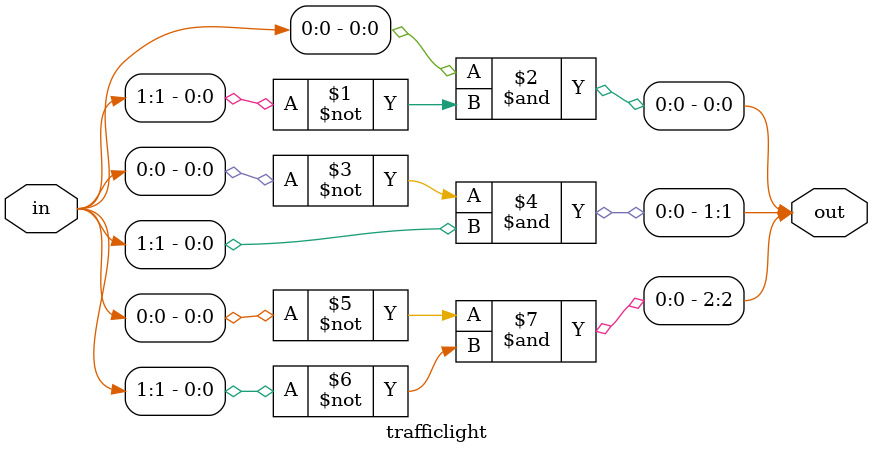
<source format=v>

module trafficlight (
    input [1:0] in,
    output [2:0] out
);
    assign out[0] = in[0] & ~in[1];
    assign out[1] = ~in[0] & in[1];
    assign out[2] = ~in[0] & ~in[1];
endmodule
</source>
